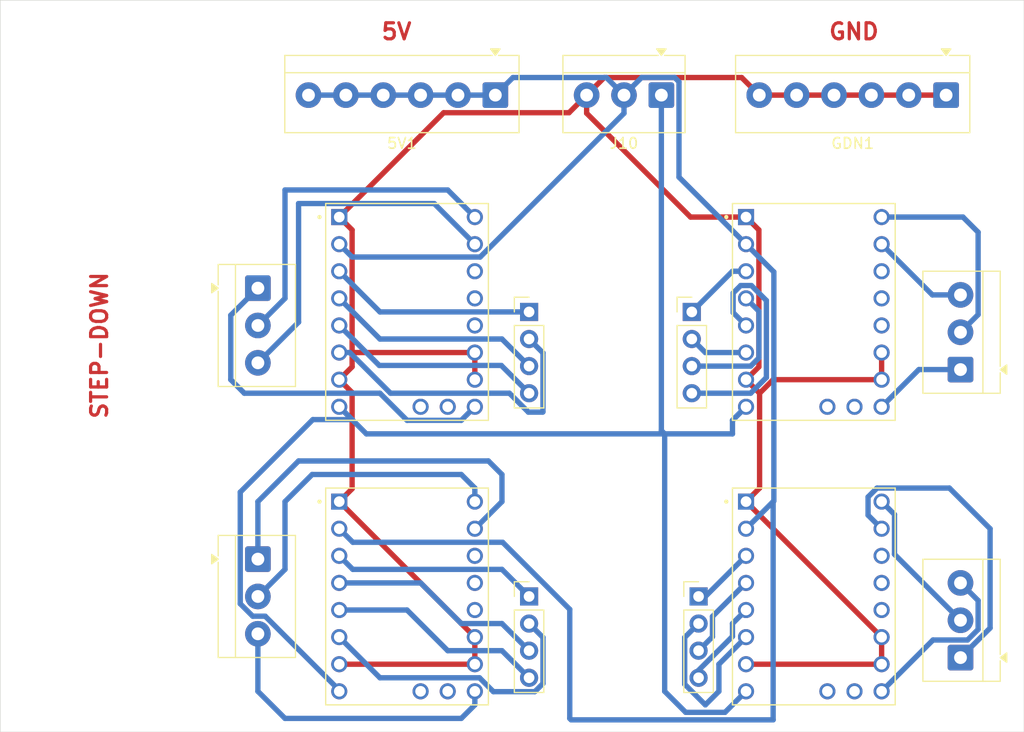
<source format=kicad_pcb>
(kicad_pcb (version 20241229) (generator "pcbnew") (generator_version "9.0")
  (layers (0 "F.Cu" signal) (2 "B.Cu" signal) (13 "F.Paste" user) (15 "B.Paste" user) (5 "F.SilkS" user "F.Silkscreen") (7 "B.SilkS" user "B.Silkscreen") (1 "F.Mask" user) (3 "B.Mask" user) (25 "Edge.Cuts" user))
  (net 0 "")
  (net 1 "Net-(J1-Pin_2)")
  (net 2 "Net-(J1-Pin_3)")
  (net 3 "Net-(J1-Pin_1)")
  (net 4 "Net-(J1-Pin_4)")
  (net 5 "Net-(J2-Pin_3)")
  (net 6 "Net-(J2-Pin_2)")
  (net 7 "Net-(J2-Pin_1)")
  (net 8 "Net-(J2-Pin_4)")
  (net 9 "Net-(J3-Pin_3)")
  (net 10 "Net-(J3-Pin_2)")
  (net 11 "Net-(J3-Pin_1)")
  (net 12 "Net-(J3-Pin_4)")
  (net 13 "Net-(J4-Pin_1)")
  (net 14 "Net-(J4-Pin_2)")
  (net 15 "Net-(J4-Pin_4)")
  (net 16 "Net-(J4-Pin_3)")
  (net 17 "GND")
  (net 18 "VCC")
  (net 31 "Net-(J5-Pin_2)")
  (net 32 "Net-(J5-Pin_3)")
  (net 33 "Net-(J5-Pin_1)")
  (net 34 "Net-(J6-Pin_3)")
  (net 35 "Net-(J6-Pin_1)")
  (net 36 "Net-(J6-Pin_2)")
  (net 37 "Net-(J7-Pin_1)")
  (net 38 "Net-(J7-Pin_3)")
  (net 39 "Net-(J7-Pin_2)")
  (net 40 "Net-(J8-Pin_3)")
  (net 41 "Net-(J8-Pin_1)")
  (net 42 "Net-(J8-Pin_2)")
  (net 43 "5V")
  (footprint "TMC2209_SILENTSTEPSTICK:MODULE_TMC2209_SILENTSTEPSTICK" (layer "F.Cu") (at 118.11 50.8)
    (property "Reference" "U2" (hide yes))
    (property "Value" "~" (hide yes))
    (fp_line (start -7.62 -10.16) (end 7.62 -10.16) (stroke (width 0.127)) (layer "F.SilkS"))
    (fp_line (start -7.62 10.16) (end -7.62 -10.16) (stroke (width 0.127)) (layer "F.SilkS"))
    (fp_line (start 7.62 -10.16) (end 7.62 10.16) (stroke (width 0.127)) (layer "F.SilkS"))
    (fp_line (start 7.62 10.16) (end -7.62 10.16) (stroke (width 0.127)) (layer "F.SilkS"))
    (fp_circle (center -8.2 -8.89) (end -8.1 -8.89) (stroke (width 0.2)) (fill no) (layer "F.SilkS"))
    (pad "" thru_hole circle (at 1.27 8.89) (size 1.508 1.508) (drill 1) (layers "*.Cu" "*.Mask"))
    (pad "" thru_hole circle (at 3.81 8.89) (size 1.508 1.508) (drill 1) (layers "*.Cu" "*.Mask"))
    (pad "1" thru_hole circle (at 6.35 8.89) (size 1.508 1.508) (drill 1) (layers "*.Cu" "*.Mask") (net 35 "Net-(J6-Pin_1)"))
    (pad "2" thru_hole circle (at 6.35 6.35) (size 1.508 1.508) (drill 1) (layers "*.Cu" "*.Mask") (net 17 "GND"))
    (pad "3" thru_hole circle (at 6.35 3.81) (size 1.508 1.508) (drill 1) (layers "*.Cu" "*.Mask") (net 17 "GND"))
    (pad "4" thru_hole circle (at 6.35 -3.81) (size 1.508 1.508) (drill 1) (layers "*.Cu" "*.Mask"))
    (pad "5" thru_hole circle (at 6.35 1.27) (size 1.508 1.508) (drill 1) (layers "*.Cu" "*.Mask"))
    (pad "6" thru_hole circle (at 6.35 -1.27) (size 1.508 1.508) (drill 1) (layers "*.Cu" "*.Mask"))
    (pad "7" thru_hole circle (at 6.35 -6.35) (size 1.508 1.508) (drill 1) (layers "*.Cu" "*.Mask") (net 34 "Net-(J6-Pin_3)"))
    (pad "8" thru_hole circle (at 6.35 -8.89) (size 1.508 1.508) (drill 1) (layers "*.Cu" "*.Mask") (net 36 "Net-(J6-Pin_2)"))
    (pad "12" thru_hole circle (at -6.35 8.89) (size 1.508 1.508) (drill 1) (layers "*.Cu" "*.Mask") (net 18 "VCC"))
    (pad "13" thru_hole rect (at -6.35 -8.89) (size 1.508 1.508) (drill 1) (layers "*.Cu" "*.Mask") (net 17 "GND"))
    (pad "14" thru_hole circle (at -6.35 -3.81) (size 1.508 1.508) (drill 1) (layers "*.Cu" "*.Mask") (net 7 "Net-(J2-Pin_1)"))
    (pad "15" thru_hole circle (at -6.35 -1.27) (size 1.508 1.508) (drill 1) (layers "*.Cu" "*.Mask") (net 5 "Net-(J2-Pin_3)"))
    (pad "16" thru_hole circle (at -6.35 1.27) (size 1.508 1.508) (drill 1) (layers "*.Cu" "*.Mask") (net 8 "Net-(J2-Pin_4)"))
    (pad "17" thru_hole circle (at -6.35 3.81) (size 1.508 1.508) (drill 1) (layers "*.Cu" "*.Mask") (net 6 "Net-(J2-Pin_2)"))
    (pad "18" thru_hole circle (at -6.35 -6.35) (size 1.508 1.508) (drill 1) (layers "*.Cu" "*.Mask") (net 43 "5V"))
    (pad "19" thru_hole circle (at -6.35 6.35) (size 1.508 1.508) (drill 1) (layers "*.Cu" "*.Mask") (net 17 "GND"))
  )
  (footprint "TerminalBlock_4Ucon:TerminalBlock_4Ucon_1x06_P3.50mm_Horizontal" (layer "F.Cu") (at 130.5 30.48 180)
    (property "Reference" "GDN1" (at 8.75 -4.52 0) (layer "F.SilkS"))
    (property "Value" "Screw_Terminal_01x06" (hide yes))
    (fp_line (start 19.72 -3.52) (end 19.72 3.72) (stroke (width 0.12)) (layer "F.SilkS"))
    (fp_line (start 0.3 3.72) (end 19.72 3.72) (stroke (width 0.12)) (layer "F.SilkS"))
    (fp_line (start -2.22 3.72) (end -0.3 3.72) (stroke (width 0.12)) (layer "F.SilkS"))
    (fp_line (start -2.22 2.1) (end 19.72 2.1) (stroke (width 0.12)) (layer "F.SilkS"))
    (fp_line (start -2.22 -3.52) (end 19.72 -3.52) (stroke (width 0.12)) (layer "F.SilkS"))
    (fp_line (start -2.22 -3.52) (end -2.22 3.72) (stroke (width 0.12)) (layer "F.SilkS"))
    (fp_poly (pts (xy 0 3.72) (xy 0.44 4.33) (xy -0.44 4.33)) (stroke (width 0.12)) (fill yes) (layer "F.SilkS"))
    (pad "1" thru_hole roundrect (at 0 0 180) (size 2.4 2.4) (drill 1.2) (layers "*.Cu" "*.Mask") (roundrect_rratio 0.104167) (net 17 "GND"))
    (pad "2" thru_hole circle (at 3.5 0 180) (size 2.4 2.4) (drill 1.2) (layers "*.Cu" "*.Mask") (net 17 "GND"))
    (pad "3" thru_hole circle (at 7 0 180) (size 2.4 2.4) (drill 1.2) (layers "*.Cu" "*.Mask") (net 17 "GND"))
    (pad "4" thru_hole circle (at 10.5 0 180) (size 2.4 2.4) (drill 1.2) (layers "*.Cu" "*.Mask") (net 17 "GND"))
    (pad "5" thru_hole circle (at 14 0 180) (size 2.4 2.4) (drill 1.2) (layers "*.Cu" "*.Mask") (net 17 "GND"))
    (pad "6" thru_hole circle (at 17.5 0 180) (size 2.4 2.4) (drill 1.2) (layers "*.Cu" "*.Mask") (net 17 "GND"))
  )
  (footprint "Connector_PinHeader_2.54mm:PinHeader_1x04_P2.54mm_Vertical" (layer "F.Cu") (at 91.44 50.8)
    (property "Reference" "J1" (hide yes))
    (property "Value" "Conn_01x04" (hide yes))
    (fp_line (start -1.38 -1.38) (end 0 -1.38) (stroke (width 0.12)) (layer "F.SilkS"))
    (fp_line (start -1.38 0) (end -1.38 -1.38) (stroke (width 0.12)) (layer "F.SilkS"))
    (fp_line (start -1.38 1.27) (end -1.38 9) (stroke (width 0.12)) (layer "F.SilkS"))
    (fp_line (start -1.38 1.27) (end 1.38 1.27) (stroke (width 0.12)) (layer "F.SilkS"))
    (fp_line (start -1.38 9) (end 1.38 9) (stroke (width 0.12)) (layer "F.SilkS"))
    (fp_line (start 1.38 1.27) (end 1.38 9) (stroke (width 0.12)) (layer "F.SilkS"))
    (pad "1" thru_hole rect (at 0 0) (size 1.7 1.7) (drill 1) (layers "*.Cu" "*.Mask") (net 3 "Net-(J1-Pin_1)"))
    (pad "2" thru_hole circle (at 0 2.54) (size 1.7 1.7) (drill 1) (layers "*.Cu" "*.Mask") (net 1 "Net-(J1-Pin_2)"))
    (pad "3" thru_hole circle (at 0 5.08) (size 1.7 1.7) (drill 1) (layers "*.Cu" "*.Mask") (net 2 "Net-(J1-Pin_3)"))
    (pad "4" thru_hole circle (at 0 7.62) (size 1.7 1.7) (drill 1) (layers "*.Cu" "*.Mask") (net 4 "Net-(J1-Pin_4)"))
  )
  (footprint "TerminalBlock_4Ucon:TerminalBlock_4Ucon_1x03_P3.50mm_Horizontal" (layer "F.Cu") (at 131.8475 83.2 90)
    (property "Reference" "J7" (hide yes))
    (property "Value" "Screw_Terminal_01x03" (hide yes))
    (fp_line (start 9.22 -3.52) (end 9.22 3.72) (stroke (width 0.12)) (layer "F.SilkS"))
    (fp_line (start -2.22 -3.52) (end 9.22 -3.52) (stroke (width 0.12)) (layer "F.SilkS"))
    (fp_line (start -2.22 -3.52) (end -2.22 3.72) (stroke (width 0.12)) (layer "F.SilkS"))
    (fp_line (start -2.22 2.1) (end 9.22 2.1) (stroke (width 0.12)) (layer "F.SilkS"))
    (fp_line (start 0.3 3.72) (end 9.22 3.72) (stroke (width 0.12)) (layer "F.SilkS"))
    (fp_line (start -2.22 3.72) (end -0.3 3.72) (stroke (width 0.12)) (layer "F.SilkS"))
    (fp_poly (pts (xy 0 3.72) (xy 0.44 4.33) (xy -0.44 4.33)) (stroke (width 0.12)) (fill yes) (layer "F.SilkS"))
    (pad "1" thru_hole roundrect (at 0 0 90) (size 2.4 2.4) (drill 1.2) (layers "*.Cu" "*.Mask") (roundrect_rratio 0.104167) (net 37 "Net-(J7-Pin_1)"))
    (pad "2" thru_hole circle (at 3.5 0 90) (size 2.4 2.4) (drill 1.2) (layers "*.Cu" "*.Mask") (net 39 "Net-(J7-Pin_2)"))
    (pad "3" thru_hole circle (at 7 0 90) (size 2.4 2.4) (drill 1.2) (layers "*.Cu" "*.Mask") (net 38 "Net-(J7-Pin_3)"))
  )
  (footprint "TerminalBlock_4Ucon:TerminalBlock_4Ucon_1x03_P3.50mm_Horizontal" (layer "F.Cu") (at 66.04 73.97 -90)
    (property "Reference" "J8" (hide yes))
    (property "Value" "Screw_Terminal_01x03")
    (fp_line (start -2.22 3.72) (end -0.3 3.72) (stroke (width 0.12)) (layer "F.SilkS"))
    (fp_line (start 0.3 3.72) (end 9.22 3.72) (stroke (width 0.12)) (layer "F.SilkS"))
    (fp_line (start -2.22 2.1) (end 9.22 2.1) (stroke (width 0.12)) (layer "F.SilkS"))
    (fp_line (start -2.22 -3.52) (end -2.22 3.72) (stroke (width 0.12)) (layer "F.SilkS"))
    (fp_line (start -2.22 -3.52) (end 9.22 -3.52) (stroke (width 0.12)) (layer "F.SilkS"))
    (fp_line (start 9.22 -3.52) (end 9.22 3.72) (stroke (width 0.12)) (layer "F.SilkS"))
    (fp_poly (pts (xy 0 3.72) (xy 0.44 4.33) (xy -0.44 4.33)) (stroke (width 0.12)) (fill yes) (layer "F.SilkS"))
    (pad "1" thru_hole roundrect (at 0 0 270) (size 2.4 2.4) (drill 1.2) (layers "*.Cu" "*.Mask") (roundrect_rratio 0.104167) (net 41 "Net-(J8-Pin_1)"))
    (pad "2" thru_hole circle (at 3.5 0 270) (size 2.4 2.4) (drill 1.2) (layers "*.Cu" "*.Mask") (net 42 "Net-(J8-Pin_2)"))
    (pad "3" thru_hole circle (at 7 0 270) (size 2.4 2.4) (drill 1.2) (layers "*.Cu" "*.Mask") (net 40 "Net-(J8-Pin_3)"))
  )
  (footprint "Connector_PinHeader_2.54mm:PinHeader_1x04_P2.54mm_Vertical" (layer "F.Cu") (at 91.44 77.47)
    (property "Reference" "J4" (hide yes))
    (property "Value" "Conn_01x04" (hide yes))
    (fp_line (start -1.38 -1.38) (end 0 -1.38) (stroke (width 0.12)) (layer "F.SilkS"))
    (fp_line (start -1.38 0) (end -1.38 -1.38) (stroke (width 0.12)) (layer "F.SilkS"))
    (fp_line (start -1.38 1.27) (end -1.38 9) (stroke (width 0.12)) (layer "F.SilkS"))
    (fp_line (start -1.38 1.27) (end 1.38 1.27) (stroke (width 0.12)) (layer "F.SilkS"))
    (fp_line (start -1.38 9) (end 1.38 9) (stroke (width 0.12)) (layer "F.SilkS"))
    (fp_line (start 1.38 1.27) (end 1.38 9) (stroke (width 0.12)) (layer "F.SilkS"))
    (pad "1" thru_hole rect (at 0 0) (size 1.7 1.7) (drill 1) (layers "*.Cu" "*.Mask") (net 13 "Net-(J4-Pin_1)"))
    (pad "2" thru_hole circle (at 0 2.54) (size 1.7 1.7) (drill 1) (layers "*.Cu" "*.Mask") (net 14 "Net-(J4-Pin_2)"))
    (pad "3" thru_hole circle (at 0 5.08) (size 1.7 1.7) (drill 1) (layers "*.Cu" "*.Mask") (net 16 "Net-(J4-Pin_3)"))
    (pad "4" thru_hole circle (at 0 7.62) (size 1.7 1.7) (drill 1) (layers "*.Cu" "*.Mask") (net 15 "Net-(J4-Pin_4)"))
  )
  (footprint "TerminalBlock_4Ucon:TerminalBlock_4Ucon_1x03_P3.50mm_Horizontal" (layer "F.Cu") (at 103.83 30.48 180)
    (property "Reference" "J10" (at 3.5 -4.52 0) (layer "F.SilkS"))
    (property "Value" "Screw_Terminal_01x03" (hide yes))
    (fp_line (start 9.22 -3.52) (end 9.22 3.72) (stroke (width 0.12)) (layer "F.SilkS"))
    (fp_line (start 0.3 3.72) (end 9.22 3.72) (stroke (width 0.12)) (layer "F.SilkS"))
    (fp_line (start -2.22 3.72) (end -0.3 3.72) (stroke (width 0.12)) (layer "F.SilkS"))
    (fp_line (start -2.22 2.1) (end 9.22 2.1) (stroke (width 0.12)) (layer "F.SilkS"))
    (fp_line (start -2.22 -3.52) (end 9.22 -3.52) (stroke (width 0.12)) (layer "F.SilkS"))
    (fp_line (start -2.22 -3.52) (end -2.22 3.72) (stroke (width 0.12)) (layer "F.SilkS"))
    (fp_poly (pts (xy 0 3.72) (xy 0.44 4.33) (xy -0.44 4.33)) (stroke (width 0.12)) (fill yes) (layer "F.SilkS"))
    (pad "1" thru_hole roundrect (at 0 0 180) (size 2.4 2.4) (drill 1.2) (layers "*.Cu" "*.Mask") (roundrect_rratio 0.104167) (net 18 "VCC"))
    (pad "2" thru_hole circle (at 3.5 0 180) (size 2.4 2.4) (drill 1.2) (layers "*.Cu" "*.Mask") (net 43 "5V"))
    (pad "3" thru_hole circle (at 7 0 180) (size 2.4 2.4) (drill 1.2) (layers "*.Cu" "*.Mask") (net 17 "GND"))
  )
  (footprint "Connector_PinHeader_2.54mm:PinHeader_1x04_P2.54mm_Vertical" (layer "F.Cu") (at 107.315 77.47)
    (property "Reference" "J3" (hide yes))
    (property "Value" "Conn_01x04" (hide yes))
    (fp_line (start -1.38 -1.38) (end 0 -1.38) (stroke (width 0.12)) (layer "F.SilkS"))
    (fp_line (start -1.38 0) (end -1.38 -1.38) (stroke (width 0.12)) (layer "F.SilkS"))
    (fp_line (start -1.38 1.27) (end -1.38 9) (stroke (width 0.12)) (layer "F.SilkS"))
    (fp_line (start -1.38 1.27) (end 1.38 1.27) (stroke (width 0.12)) (layer "F.SilkS"))
    (fp_line (start -1.38 9) (end 1.38 9) (stroke (width 0.12)) (layer "F.SilkS"))
    (fp_line (start 1.38 1.27) (end 1.38 9) (stroke (width 0.12)) (layer "F.SilkS"))
    (pad "1" thru_hole rect (at 0 0) (size 1.7 1.7) (drill 1) (layers "*.Cu" "*.Mask") (net 11 "Net-(J3-Pin_1)"))
    (pad "2" thru_hole circle (at 0 2.54) (size 1.7 1.7) (drill 1) (layers "*.Cu" "*.Mask") (net 10 "Net-(J3-Pin_2)"))
    (pad "3" thru_hole circle (at 0 5.08) (size 1.7 1.7) (drill 1) (layers "*.Cu" "*.Mask") (net 9 "Net-(J3-Pin_3)"))
    (pad "4" thru_hole circle (at 0 7.62) (size 1.7 1.7) (drill 1) (layers "*.Cu" "*.Mask") (net 12 "Net-(J3-Pin_4)"))
  )
  (footprint "Connector_PinHeader_2.54mm:PinHeader_1x04_P2.54mm_Vertical" (layer "F.Cu") (at 106.68 50.8)
    (property "Reference" "J2" (hide yes))
    (property "Value" "Conn_01x04" (hide yes))
    (fp_line (start -1.38 -1.38) (end 0 -1.38) (stroke (width 0.12)) (layer "F.SilkS"))
    (fp_line (start -1.38 0) (end -1.38 -1.38) (stroke (width 0.12)) (layer "F.SilkS"))
    (fp_line (start -1.38 1.27) (end -1.38 9) (stroke (width 0.12)) (layer "F.SilkS"))
    (fp_line (start -1.38 1.27) (end 1.38 1.27) (stroke (width 0.12)) (layer "F.SilkS"))
    (fp_line (start -1.38 9) (end 1.38 9) (stroke (width 0.12)) (layer "F.SilkS"))
    (fp_line (start 1.38 1.27) (end 1.38 9) (stroke (width 0.12)) (layer "F.SilkS"))
    (pad "1" thru_hole rect (at 0 0) (size 1.7 1.7) (drill 1) (layers "*.Cu" "*.Mask") (net 7 "Net-(J2-Pin_1)"))
    (pad "2" thru_hole circle (at 0 2.54) (size 1.7 1.7) (drill 1) (layers "*.Cu" "*.Mask") (net 6 "Net-(J2-Pin_2)"))
    (pad "3" thru_hole circle (at 0 5.08) (size 1.7 1.7) (drill 1) (layers "*.Cu" "*.Mask") (net 5 "Net-(J2-Pin_3)"))
    (pad "4" thru_hole circle (at 0 7.62) (size 1.7 1.7) (drill 1) (layers "*.Cu" "*.Mask") (net 8 "Net-(J2-Pin_4)"))
  )
  (footprint "TerminalBlock_4Ucon:TerminalBlock_4Ucon_1x03_P3.50mm_Horizontal" (layer "F.Cu") (at 66.04 48.57 -90)
    (property "Reference" "J5" (hide yes))
    (property "Value" "Screw_Terminal_01x03")
    (fp_line (start -2.22 3.72) (end -0.3 3.72) (stroke (width 0.12)) (layer "F.SilkS"))
    (fp_line (start 0.3 3.72) (end 9.22 3.72) (stroke (width 0.12)) (layer "F.SilkS"))
    (fp_line (start -2.22 2.1) (end 9.22 2.1) (stroke (width 0.12)) (layer "F.SilkS"))
    (fp_line (start -2.22 -3.52) (end -2.22 3.72) (stroke (width 0.12)) (layer "F.SilkS"))
    (fp_line (start -2.22 -3.52) (end 9.22 -3.52) (stroke (width 0.12)) (layer "F.SilkS"))
    (fp_line (start 9.22 -3.52) (end 9.22 3.72) (stroke (width 0.12)) (layer "F.SilkS"))
    (fp_poly (pts (xy 0 3.72) (xy 0.44 4.33) (xy -0.44 4.33)) (stroke (width 0.12)) (fill yes) (layer "F.SilkS"))
    (pad "1" thru_hole roundrect (at 0 0 270) (size 2.4 2.4) (drill 1.2) (layers "*.Cu" "*.Mask") (roundrect_rratio 0.104167) (net 33 "Net-(J5-Pin_1)"))
    (pad "2" thru_hole circle (at 3.5 0 270) (size 2.4 2.4) (drill 1.2) (layers "*.Cu" "*.Mask") (net 31 "Net-(J5-Pin_2)"))
    (pad "3" thru_hole circle (at 7 0 270) (size 2.4 2.4) (drill 1.2) (layers "*.Cu" "*.Mask") (net 32 "Net-(J5-Pin_3)"))
  )
  (footprint "TerminalBlock_4Ucon:TerminalBlock_4Ucon_1x03_P3.50mm_Horizontal" (layer "F.Cu") (at 131.8475 56.205 90)
    (property "Reference" "J6" (hide yes))
    (property "Value" "Screw_Terminal_01x03" (hide yes))
    (fp_line (start 9.22 -3.52) (end 9.22 3.72) (stroke (width 0.12)) (layer "F.SilkS"))
    (fp_line (start -2.22 -3.52) (end 9.22 -3.52) (stroke (width 0.12)) (layer "F.SilkS"))
    (fp_line (start -2.22 -3.52) (end -2.22 3.72) (stroke (width 0.12)) (layer "F.SilkS"))
    (fp_line (start -2.22 2.1) (end 9.22 2.1) (stroke (width 0.12)) (layer "F.SilkS"))
    (fp_line (start 0.3 3.72) (end 9.22 3.72) (stroke (width 0.12)) (layer "F.SilkS"))
    (fp_line (start -2.22 3.72) (end -0.3 3.72) (stroke (width 0.12)) (layer "F.SilkS"))
    (fp_poly (pts (xy 0 3.72) (xy 0.44 4.33) (xy -0.44 4.33)) (stroke (width 0.12)) (fill yes) (layer "F.SilkS"))
    (pad "1" thru_hole roundrect (at 0 0 90) (size 2.4 2.4) (drill 1.2) (layers "*.Cu" "*.Mask") (roundrect_rratio 0.104167) (net 35 "Net-(J6-Pin_1)"))
    (pad "2" thru_hole circle (at 3.5 0 90) (size 2.4 2.4) (drill 1.2) (layers "*.Cu" "*.Mask") (net 36 "Net-(J6-Pin_2)"))
    (pad "3" thru_hole circle (at 7 0 90) (size 2.4 2.4) (drill 1.2) (layers "*.Cu" "*.Mask") (net 34 "Net-(J6-Pin_3)"))
  )
  (footprint "TMC2209_SILENTSTEPSTICK:MODULE_TMC2209_SILENTSTEPSTICK" (layer "F.Cu") (at 80.01 50.8)
    (property "Reference" "U1" (hide yes))
    (property "Value" "~" (hide yes))
    (fp_line (start -7.62 -10.16) (end 7.62 -10.16) (stroke (width 0.127)) (layer "F.SilkS"))
    (fp_line (start -7.62 10.16) (end -7.62 -10.16) (stroke (width 0.127)) (layer "F.SilkS"))
    (fp_line (start 7.62 -10.16) (end 7.62 10.16) (stroke (width 0.127)) (layer "F.SilkS"))
    (fp_line (start 7.62 10.16) (end -7.62 10.16) (stroke (width 0.127)) (layer "F.SilkS"))
    (fp_circle (center -8.2 -8.89) (end -8.1 -8.89) (stroke (width 0.2)) (fill no) (layer "F.SilkS"))
    (pad "" thru_hole circle (at 1.27 8.89) (size 1.508 1.508) (drill 1) (layers "*.Cu" "*.Mask"))
    (pad "" thru_hole circle (at 3.81 8.89) (size 1.508 1.508) (drill 1) (layers "*.Cu" "*.Mask"))
    (pad "1" thru_hole circle (at 6.35 8.89) (size 1.508 1.508) (drill 1) (layers "*.Cu" "*.Mask") (net 33 "Net-(J5-Pin_1)"))
    (pad "2" thru_hole circle (at 6.35 6.35) (size 1.508 1.508) (drill 1) (layers "*.Cu" "*.Mask") (net 17 "GND"))
    (pad "3" thru_hole circle (at 6.35 3.81) (size 1.508 1.508) (drill 1) (layers "*.Cu" "*.Mask") (net 17 "GND"))
    (pad "4" thru_hole circle (at 6.35 -3.81) (size 1.508 1.508) (drill 1) (layers "*.Cu" "*.Mask"))
    (pad "5" thru_hole circle (at 6.35 1.27) (size 1.508 1.508) (drill 1) (layers "*.Cu" "*.Mask"))
    (pad "6" thru_hole circle (at 6.35 -1.27) (size 1.508 1.508) (drill 1) (layers "*.Cu" "*.Mask"))
    (pad "7" thru_hole circle (at 6.35 -6.35) (size 1.508 1.508) (drill 1) (layers "*.Cu" "*.Mask") (net 32 "Net-(J5-Pin_3)"))
    (pad "8" thru_hole circle (at 6.35 -8.89) (size 1.508 1.508) (drill 1) (layers "*.Cu" "*.Mask") (net 31 "Net-(J5-Pin_2)"))
    (pad "12" thru_hole circle (at -6.35 8.89) (size 1.508 1.508) (drill 1) (layers "*.Cu" "*.Mask") (net 18 "VCC"))
    (pad "13" thru_hole rect (at -6.35 -8.89) (size 1.508 1.508) (drill 1) (layers "*.Cu" "*.Mask") (net 17 "GND"))
    (pad "14" thru_hole circle (at -6.35 -3.81) (size 1.508 1.508) (drill 1) (layers "*.Cu" "*.Mask") (net 3 "Net-(J1-Pin_1)"))
    (pad "15" thru_hole circle (at -6.35 -1.27) (size 1.508 1.508) (drill 1) (layers "*.Cu" "*.Mask") (net 2 "Net-(J1-Pin_3)"))
    (pad "16" thru_hole circle (at -6.35 1.27) (size 1.508 1.508) (drill 1) (layers "*.Cu" "*.Mask") (net 4 "Net-(J1-Pin_4)"))
    (pad "17" thru_hole circle (at -6.35 3.81) (size 1.508 1.508) (drill 1) (layers "*.Cu" "*.Mask") (net 1 "Net-(J1-Pin_2)"))
    (pad "18" thru_hole circle (at -6.35 -6.35) (size 1.508 1.508) (drill 1) (layers "*.Cu" "*.Mask") (net 43 "5V"))
    (pad "19" thru_hole circle (at -6.35 6.35) (size 1.508 1.508) (drill 1) (layers "*.Cu" "*.Mask") (net 17 "GND"))
  )
  (footprint "TMC2209_SILENTSTEPSTICK:MODULE_TMC2209_SILENTSTEPSTICK" (layer "F.Cu") (at 80.01 77.47)
    (property "Reference" "U4" (hide yes))
    (property "Value" "~" (hide yes))
    (fp_line (start -7.62 -10.16) (end 7.62 -10.16) (stroke (width 0.127)) (layer "F.SilkS"))
    (fp_line (start -7.62 10.16) (end -7.62 -10.16) (stroke (width 0.127)) (layer "F.SilkS"))
    (fp_line (start 7.62 -10.16) (end 7.62 10.16) (stroke (width 0.127)) (layer "F.SilkS"))
    (fp_line (start 7.62 10.16) (end -7.62 10.16) (stroke (width 0.127)) (layer "F.SilkS"))
    (fp_circle (center -8.2 -8.89) (end -8.1 -8.89) (stroke (width 0.2)) (fill no) (layer "F.SilkS"))
    (pad "" thru_hole circle (at 1.27 8.89) (size 1.508 1.508) (drill 1) (layers "*.Cu" "*.Mask"))
    (pad "" thru_hole circle (at 3.81 8.89) (size 1.508 1.508) (drill 1) (layers "*.Cu" "*.Mask"))
    (pad "1" thru_hole circle (at 6.35 8.89) (size 1.508 1.508) (drill 1) (layers "*.Cu" "*.Mask") (net 40 "Net-(J8-Pin_3)"))
    (pad "2" thru_hole circle (at 6.35 6.35) (size 1.508 1.508) (drill 1) (layers "*.Cu" "*.Mask") (net 17 "GND"))
    (pad "3" thru_hole circle (at 6.35 3.81) (size 1.508 1.508) (drill 1) (layers "*.Cu" "*.Mask") (net 17 "GND"))
    (pad "4" thru_hole circle (at 6.35 -3.81) (size 1.508 1.508) (drill 1) (layers "*.Cu" "*.Mask"))
    (pad "5" thru_hole circle (at 6.35 1.27) (size 1.508 1.508) (drill 1) (layers "*.Cu" "*.Mask"))
    (pad "6" thru_hole circle (at 6.35 -1.27) (size 1.508 1.508) (drill 1) (layers "*.Cu" "*.Mask"))
    (pad "7" thru_hole circle (at 6.35 -6.35) (size 1.508 1.508) (drill 1) (layers "*.Cu" "*.Mask") (net 41 "Net-(J8-Pin_1)"))
    (pad "8" thru_hole circle (at 6.35 -8.89) (size 1.508 1.508) (drill 1) (layers "*.Cu" "*.Mask") (net 42 "Net-(J8-Pin_2)"))
    (pad "12" thru_hole circle (at -6.35 8.89) (size 1.508 1.508) (drill 1) (layers "*.Cu" "*.Mask") (net 18 "VCC"))
    (pad "13" thru_hole rect (at -6.35 -8.89) (size 1.508 1.508) (drill 1) (layers "*.Cu" "*.Mask") (net 17 "GND"))
    (pad "14" thru_hole circle (at -6.35 -3.81) (size 1.508 1.508) (drill 1) (layers "*.Cu" "*.Mask") (net 13 "Net-(J4-Pin_1)"))
    (pad "15" thru_hole circle (at -6.35 -1.27) (size 1.508 1.508) (drill 1) (layers "*.Cu" "*.Mask") (net 16 "Net-(J4-Pin_3)"))
    (pad "16" thru_hole circle (at -6.35 1.27) (size 1.508 1.508) (drill 1) (layers "*.Cu" "*.Mask") (net 15 "Net-(J4-Pin_4)"))
    (pad "17" thru_hole circle (at -6.35 3.81) (size 1.508 1.508) (drill 1) (layers "*.Cu" "*.Mask") (net 14 "Net-(J4-Pin_2)"))
    (pad "18" thru_hole circle (at -6.35 -6.35) (size 1.508 1.508) (drill 1) (layers "*.Cu" "*.Mask") (net 43 "5V"))
    (pad "19" thru_hole circle (at -6.35 6.35) (size 1.508 1.508) (drill 1) (layers "*.Cu" "*.Mask") (net 17 "GND"))
  )
  (footprint "TMC2209_SILENTSTEPSTICK:MODULE_TMC2209_SILENTSTEPSTICK" (layer "F.Cu") (at 118.11 77.47)
    (property "Reference" "U3" (hide yes))
    (property "Value" "~" (hide yes))
    (fp_line (start -7.62 -10.16) (end 7.62 -10.16) (stroke (width 0.127)) (layer "F.SilkS"))
    (fp_line (start -7.62 10.16) (end -7.62 -10.16) (stroke (width 0.127)) (layer "F.SilkS"))
    (fp_line (start 7.62 -10.16) (end 7.62 10.16) (stroke (width 0.127)) (layer "F.SilkS"))
    (fp_line (start 7.62 10.16) (end -7.62 10.16) (stroke (width 0.127)) (layer "F.SilkS"))
    (fp_circle (center -8.2 -8.89) (end -8.1 -8.89) (stroke (width 0.2)) (fill no) (layer "F.SilkS"))
    (pad "" thru_hole circle (at 1.27 8.89) (size 1.508 1.508) (drill 1) (layers "*.Cu" "*.Mask"))
    (pad "" thru_hole circle (at 3.81 8.89) (size 1.508 1.508) (drill 1) (layers "*.Cu" "*.Mask"))
    (pad "1" thru_hole circle (at 6.35 8.89) (size 1.508 1.508) (drill 1) (layers "*.Cu" "*.Mask") (net 38 "Net-(J7-Pin_3)"))
    (pad "2" thru_hole circle (at 6.35 6.35) (size 1.508 1.508) (drill 1) (layers "*.Cu" "*.Mask") (net 17 "GND"))
    (pad "3" thru_hole circle (at 6.35 3.81) (size 1.508 1.508) (drill 1) (layers "*.Cu" "*.Mask") (net 17 "GND"))
    (pad "4" thru_hole circle (at 6.35 -3.81) (size 1.508 1.508) (drill 1) (layers "*.Cu" "*.Mask"))
    (pad "5" thru_hole circle (at 6.35 1.27) (size 1.508 1.508) (drill 1) (layers "*.Cu" "*.Mask"))
    (pad "6" thru_hole circle (at 6.35 -1.27) (size 1.508 1.508) (drill 1) (layers "*.Cu" "*.Mask"))
    (pad "7" thru_hole circle (at 6.35 -6.35) (size 1.508 1.508) (drill 1) (layers "*.Cu" "*.Mask") (net 37 "Net-(J7-Pin_1)"))
    (pad "8" thru_hole circle (at 6.35 -8.89) (size 1.508 1.508) (drill 1) (layers "*.Cu" "*.Mask") (net 39 "Net-(J7-Pin_2)"))
    (pad "12" thru_hole circle (at -6.35 8.89) (size 1.508 1.508) (drill 1) (layers "*.Cu" "*.Mask") (net 18 "VCC"))
    (pad "13" thru_hole rect (at -6.35 -8.89) (size 1.508 1.508) (drill 1) (layers "*.Cu" "*.Mask") (net 17 "GND"))
    (pad "14" thru_hole circle (at -6.35 -3.81) (size 1.508 1.508) (drill 1) (layers "*.Cu" "*.Mask") (net 11 "Net-(J3-Pin_1)"))
    (pad "15" thru_hole circle (at -6.35 -1.27) (size 1.508 1.508) (drill 1) (layers "*.Cu" "*.Mask") (net 9 "Net-(J3-Pin_3)"))
    (pad "16" thru_hole circle (at -6.35 1.27) (size 1.508 1.508) (drill 1) (layers "*.Cu" "*.Mask") (net 12 "Net-(J3-Pin_4)"))
    (pad "17" thru_hole circle (at -6.35 3.81) (size 1.508 1.508) (drill 1) (layers "*.Cu" "*.Mask") (net 10 "Net-(J3-Pin_2)"))
    (pad "18" thru_hole circle (at -6.35 -6.35) (size 1.508 1.508) (drill 1) (layers "*.Cu" "*.Mask") (net 43 "5V"))
    (pad "19" thru_hole circle (at -6.35 6.35) (size 1.508 1.508) (drill 1) (layers "*.Cu" "*.Mask") (net 17 "GND"))
  )
  (footprint "TerminalBlock_4Ucon:TerminalBlock_4Ucon_1x06_P3.50mm_Horizontal" (layer "F.Cu") (at 88.28 30.48 180)
    (property "Reference" "5V1" (at 8.75 -4.52 0) (layer "F.SilkS"))
    (property "Value" "Screw_Terminal_01x06" (hide yes))
    (fp_line (start 19.72 -3.52) (end 19.72 3.72) (stroke (width 0.12)) (layer "F.SilkS"))
    (fp_line (start 0.3 3.72) (end 19.72 3.72) (stroke (width 0.12)) (layer "F.SilkS"))
    (fp_line (start -2.22 3.72) (end -0.3 3.72) (stroke (width 0.12)) (layer "F.SilkS"))
    (fp_line (start -2.22 2.1) (end 19.72 2.1) (stroke (width 0.12)) (layer "F.SilkS"))
    (fp_line (start -2.22 -3.52) (end 19.72 -3.52) (stroke (width 0.12)) (layer "F.SilkS"))
    (fp_line (start -2.22 -3.52) (end -2.22 3.72) (stroke (width 0.12)) (layer "F.SilkS"))
    (fp_poly (pts (xy 0 3.72) (xy 0.44 4.33) (xy -0.44 4.33)) (stroke (width 0.12)) (fill yes) (layer "F.SilkS"))
    (pad "1" thru_hole roundrect (at 0 0 180) (size 2.4 2.4) (drill 1.2) (layers "*.Cu" "*.Mask") (roundrect_rratio 0.104167) (net 43 "5V"))
    (pad "2" thru_hole circle (at 3.5 0 180) (size 2.4 2.4) (drill 1.2) (layers "*.Cu" "*.Mask") (net 43 "5V"))
    (pad "3" thru_hole circle (at 7 0 180) (size 2.4 2.4) (drill 1.2) (layers "*.Cu" "*.Mask") (net 43 "5V"))
    (pad "4" thru_hole circle (at 10.5 0 180) (size 2.4 2.4) (drill 1.2) (layers "*.Cu" "*.Mask") (net 43 "5V"))
    (pad "5" thru_hole circle (at 14 0 180) (size 2.4 2.4) (drill 1.2) (layers "*.Cu" "*.Mask") (net 43 "5V"))
    (pad "6" thru_hole circle (at 17.5 0 180) (size 2.4 2.4) (drill 1.2) (layers "*.Cu" "*.Mask") (net 43 "5V"))
  )
  (gr_rect (start 41.91 21.59) (end 137.795 90.17) (stroke (width 0.05)) (fill no) (layer "Edge.Cuts"))
  (gr_text "STEP-DOWN" (at 52.07 60.96 90) (layer "F.Cu") (effects (font (size 1.5 1.5) (thickness 0.3) (bold yes)) (justify left bottom)))
  (gr_text "GND\n" (at 119.38 25.4 0) (layer "F.Cu") (effects (font (size 1.5 1.5) (thickness 0.3) (bold yes)) (justify left bottom)))
  (gr_text "5V" (at 77.47 25.4 0) (layer "F.Cu") (effects (font (size 1.5 1.5) (thickness 0.3) (bold yes)) (justify left bottom)))
  (segment (start 92.741 54.641) (end 92.741 60.163) (width 0.5) (layer "B.Cu") (net 1))
  (segment (start 78.461364 58.42) (end 74.651364 54.61) (width 0.5) (layer "B.Cu") (net 1))
  (segment (start 89.600108 58.42) (end 78.461364 58.42) (width 0.5) (layer "B.Cu") (net 1))
  (segment (start 91.44 53.34) (end 92.741 54.641) (width 0.5) (layer "B.Cu") (net 1))
  (segment (start 92.741 60.163) (end 92.71 60.194) (width 0.5) (layer "B.Cu") (net 1))
  (segment (start 92.71 60.194) (end 91.374108 60.194) (width 0.5) (layer "B.Cu") (net 1))
  (segment (start 91.374108 60.194) (end 89.600108 58.42) (width 0.5) (layer "B.Cu") (net 1))
  (segment (start 74.651364 54.61) (end 73.66 54.61) (width 0.5) (layer "B.Cu") (net 1))
  (segment (start 77.47 53.34) (end 73.66 49.53) (width 0.5) (layer "B.Cu") (net 2))
  (segment (start 91.44 55.88) (end 88.9 53.34) (width 0.5) (layer "B.Cu") (net 2))
  (segment (start 88.9 53.34) (end 77.47 53.34) (width 0.5) (layer "B.Cu") (net 2))
  (segment (start 91.44 50.8) (end 77.47 50.8) (width 0.5) (layer "B.Cu") (net 3))
  (segment (start 77.47 50.8) (end 73.66 46.99) (width 0.5) (layer "B.Cu") (net 3))
  (segment (start 77.405 55.815) (end 73.66 52.07) (width 0.5) (layer "B.Cu") (net 4))
  (segment (start 88.835 55.815) (end 77.405 55.815) (width 0.5) (layer "B.Cu") (net 4))
  (segment (start 91.44 58.42) (end 88.835 55.815) (width 0.5) (layer "B.Cu") (net 4))
  (segment (start 112.965 50.735) (end 111.76 49.53) (width 0.5) (layer "B.Cu") (net 5))
  (segment (start 112.965 55.109128) (end 112.965 50.735) (width 0.5) (layer "B.Cu") (net 5))
  (segment (start 112.194128 55.88) (end 112.965 55.109128) (width 0.5) (layer "B.Cu") (net 5))
  (segment (start 106.68 55.88) (end 112.194128 55.88) (width 0.5) (layer "B.Cu") (net 5))
  (segment (start 107.95 54.61) (end 111.76 54.61) (width 0.5) (layer "B.Cu") (net 6))
  (segment (start 106.68 53.34) (end 107.95 54.61) (width 0.5) (layer "B.Cu") (net 6))
  (segment (start 106.68 50.8) (end 110.49 46.99) (width 0.5) (layer "B.Cu") (net 7))
  (segment (start 110.49 46.99) (end 111.76 46.99) (width 0.5) (layer "B.Cu") (net 7))
  (segment (start 110.555 49.030872) (end 110.555 50.865) (width 0.5) (layer "B.Cu") (net 8))
  (segment (start 113.666 49.731872) (end 112.259128 48.325) (width 0.5) (layer "B.Cu") (net 8))
  (segment (start 112.194128 58.42) (end 113.666 56.948128) (width 0.5) (layer "B.Cu") (net 8))
  (segment (start 106.68 58.42) (end 112.194128 58.42) (width 0.5) (layer "B.Cu") (net 8))
  (segment (start 113.666 56.948128) (end 113.666 49.731872) (width 0.5) (layer "B.Cu") (net 8))
  (segment (start 110.555 50.865) (end 111.76 52.07) (width 0.5) (layer "B.Cu") (net 8))
  (segment (start 111.260872 48.325) (end 110.555 49.030872) (width 0.5) (layer "B.Cu") (net 8))
  (segment (start 112.259128 48.325) (end 111.260872 48.325) (width 0.5) (layer "B.Cu") (net 8))
  (segment (start 107.315 82.55) (end 108.616 81.249) (width 0.5) (layer "B.Cu") (net 9))
  (segment (start 108.616 79.344) (end 111.76 76.2) (width 0.5) (layer "B.Cu") (net 9))
  (segment (start 108.616 81.249) (end 108.616 79.344) (width 0.5) (layer "B.Cu") (net 9))
  (segment (start 107.95 87.63) (end 109.22 86.36) (width 0.5) (layer "B.Cu") (net 10))
  (segment (start 109.22 83.82) (end 111.76 81.28) (width 0.5) (layer "B.Cu") (net 10))
  (segment (start 107.315 80.01) (end 106.014 81.311) (width 0.5) (layer "B.Cu") (net 10))
  (segment (start 109.22 86.36) (end 109.22 83.82) (width 0.5) (layer "B.Cu") (net 10))
  (segment (start 106.014 85.694) (end 107.95 87.63) (width 0.5) (layer "B.Cu") (net 10))
  (segment (start 106.014 81.311) (end 106.014 85.694) (width 0.5) (layer "B.Cu") (net 10))
  (segment (start 107.315 77.47) (end 107.95 77.47) (width 0.5) (layer "B.Cu") (net 11))
  (segment (start 107.95 77.47) (end 111.76 73.66) (width 0.5) (layer "B.Cu") (net 11))
  (segment (start 107.315 84.389892) (end 110.49 81.214892) (width 0.5) (layer "B.Cu") (net 12))
  (segment (start 110.49 80.01) (end 111.76 78.74) (width 0.5) (layer "B.Cu") (net 12))
  (segment (start 107.315 85.09) (end 107.315 84.389892) (width 0.5) (layer "B.Cu") (net 12))
  (segment (start 110.49 81.214892) (end 110.49 80.01) (width 0.5) (layer "B.Cu") (net 12))
  (segment (start 74.93 74.93) (end 73.66 73.66) (width 0.5) (layer "B.Cu") (net 13))
  (segment (start 88.9 74.93) (end 74.93 74.93) (width 0.5) (layer "B.Cu") (net 13))
  (segment (start 91.44 77.47) (end 88.9 74.93) (width 0.5) (layer "B.Cu") (net 13))
  (segment (start 92.741 85.628892) (end 91.978892 86.391) (width 0.5) (layer "B.Cu") (net 14))
  (segment (start 86.794128 85.09) (end 77.47 85.09) (width 0.5) (layer "B.Cu") (net 14))
  (segment (start 92.741 81.311) (end 92.741 85.628892) (width 0.5) (layer "B.Cu") (net 14))
  (segment (start 91.978892 86.391) (end 88.095128 86.391) (width 0.5) (layer "B.Cu") (net 14))
  (segment (start 88.095128 86.391) (end 86.794128 85.09) (width 0.5) (layer "B.Cu") (net 14))
  (segment (start 77.47 85.09) (end 73.66 81.28) (width 0.5) (layer "B.Cu") (net 14))
  (segment (start 91.44 80.01) (end 92.741 81.311) (width 0.5) (layer "B.Cu") (net 14))
  (segment (start 80.01 78.74) (end 73.66 78.74) (width 0.5) (layer "B.Cu") (net 15))
  (segment (start 88.9 82.55) (end 83.82 82.55) (width 0.5) (layer "B.Cu") (net 15))
  (segment (start 83.82 82.55) (end 80.01 78.74) (width 0.5) (layer "B.Cu") (net 15))
  (segment (start 91.44 85.09) (end 88.9 82.55) (width 0.5) (layer "B.Cu") (net 15))
  (segment (start 81.28 76.2) (end 73.66 76.2) (width 0.5) (layer "B.Cu") (net 16))
  (segment (start 91.44 82.55) (end 88.9 80.01) (width 0.5) (layer "B.Cu") (net 16))
  (segment (start 85.09 80.01) (end 81.28 76.2) (width 0.5) (layer "B.Cu") (net 16))
  (segment (start 88.9 80.01) (end 85.09 80.01) (width 0.5) (layer "B.Cu") (net 16))
  (segment (start 112.965 43.115) (end 112.965 55.945) (width 0.5) (layer "F.Cu") (net 17))
  (segment (start 74.865 58.355) (end 74.865 67.375) (width 0.5) (layer "F.Cu") (net 17))
  (segment (start 83.439 32.131) (end 73.66 41.91) (width 0.5) (layer "F.Cu") (net 17))
  (segment (start 106.562944 41.91) (end 111.76 41.91) (width 0.5) (layer "F.Cu") (net 17))
  (segment (start 96.83 32.177056) (end 106.562944 41.91) (width 0.5) (layer "F.Cu") (net 17))
  (segment (start 124.46 81.28) (end 111.76 68.58) (width 0.5) (layer "F.Cu") (net 17))
  (segment (start 86.36 81.28) (end 86.36 83.82) (width 0.5) (layer "F.Cu") (net 17))
  (segment (start 86.36 54.61) (end 74.865 54.61) (width 0.5) (layer "F.Cu") (net 17))
  (segment (start 95.179 32.131) (end 83.439 32.131) (width 0.5) (layer "F.Cu") (net 17))
  (segment (start 111.76 57.15) (end 113.03 58.42) (width 0.5) (layer "F.Cu") (net 17))
  (segment (start 124.46 81.28) (end 124.46 83.82) (width 0.5) (layer "F.Cu") (net 17))
  (segment (start 112.965 55.945) (end 111.76 57.15) (width 0.5) (layer "F.Cu") (net 17))
  (segment (start 113.03 67.31) (end 111.76 68.58) (width 0.5) (layer "F.Cu") (net 17))
  (segment (start 73.66 57.15) (end 74.865 58.355) (width 0.5) (layer "F.Cu") (net 17))
  (segment (start 111.76 41.91) (end 112.965 43.115) (width 0.5) (layer "F.Cu") (net 17))
  (segment (start 74.865 43.115) (end 74.865 54.61) (width 0.5) (layer "F.Cu") (net 17))
  (segment (start 113 30.48) (end 130.5 30.48) (width 0.5) (layer "F.Cu") (net 17))
  (segment (start 74.865 54.61) (end 74.865 55.945) (width 0.5) (layer "F.Cu") (net 17))
  (segment (start 124.46 54.61) (end 124.46 57.15) (width 0.5) (layer "F.Cu") (net 17))
  (segment (start 73.66 41.91) (end 74.865 43.115) (width 0.5) (layer "F.Cu") (net 17))
  (segment (start 73.66 83.82) (end 86.36 83.82) (width 0.5) (layer "F.Cu") (net 17))
  (segment (start 74.865 55.945) (end 73.66 57.15) (width 0.5) (layer "F.Cu") (net 17))
  (segment (start 86.36 57.15) (end 86.36 54.61) (width 0.5) (layer "F.Cu") (net 17))
  (segment (start 113.03 58.42) (end 113.03 67.31) (width 0.5) (layer "F.Cu") (net 17))
  (segment (start 111.349 28.829) (end 113 30.48) (width 0.5) (layer "F.Cu") (net 17))
  (segment (start 98.481 28.829) (end 111.349 28.829) (width 0.5) (layer "F.Cu") (net 17))
  (segment (start 96.83 30.48) (end 98.481 28.829) (width 0.5) (layer "F.Cu") (net 17))
  (segment (start 96.83 30.48) (end 95.179 32.131) (width 0.5) (layer "F.Cu") (net 17))
  (segment (start 124.46 57.15) (end 114.3 57.15) (width 0.5) (layer "F.Cu") (net 17))
  (segment (start 74.865 67.375) (end 73.66 68.58) (width 0.5) (layer "F.Cu") (net 17))
  (segment (start 114.3 57.15) (end 113.03 58.42) (width 0.5) (layer "F.Cu") (net 17))
  (segment (start 96.83 30.48) (end 96.83 32.177056) (width 0.5) (layer "F.Cu") (net 17))
  (segment (start 111.76 83.82) (end 124.46 83.82) (width 0.5) (layer "F.Cu") (net 17))
  (segment (start 86.36 81.28) (end 73.66 68.58) (width 0.5) (layer "F.Cu") (net 17))
  (segment (start 111.76 86.36) (end 109.789 88.331) (width 0.5) (layer "B.Cu") (net 18))
  (segment (start 104.14 86.36) (end 104.14 62.23) (width 0.5) (layer "B.Cu") (net 18))
  (segment (start 73.66 59.69) (end 76.2 62.23) (width 0.5) (layer "B.Cu") (net 18))
  (segment (start 76.2 62.23) (end 104.14 62.23) (width 0.5) (layer "B.Cu") (net 18))
  (segment (start 104.14 62.23) (end 110.49 62.23) (width 0.5) (layer "B.Cu") (net 18))
  (segment (start 64.389 78.153867) (end 64.389 67.691) (width 0.5) (layer "B.Cu") (net 18))
  (segment (start 64.389 67.691) (end 71.185 60.895) (width 0.5) (layer "B.Cu") (net 18))
  (segment (start 65.554133 79.319) (end 64.389 78.153867) (width 0.5) (layer "B.Cu") (net 18))
  (segment (start 110.49 62.23) (end 110.49 60.96) (width 0.5) (layer "B.Cu") (net 18))
  (segment (start 103.83 30.48) (end 103.83 61.92) (width 0.5) (layer "B.Cu") (net 18))
  (segment (start 71.185 60.895) (end 74.865 60.895) (width 0.5) (layer "B.Cu") (net 18))
  (segment (start 110.555 60.895) (end 111.76 59.69) (width 0.5) (layer "B.Cu") (net 18))
  (segment (start 106.111 88.331) (end 104.14 86.36) (width 0.5) (layer "B.Cu") (net 18))
  (segment (start 73.66 86.255133) (end 66.723867 79.319) (width 0.5) (layer "B.Cu") (net 18))
  (segment (start 73.66 86.36) (end 73.66 86.255133) (width 0.5) (layer "B.Cu") (net 18))
  (segment (start 109.789 88.331) (end 106.111 88.331) (width 0.5) (layer "B.Cu") (net 18))
  (segment (start 104.14 62.23) (end 103.83 61.92) (width 0.5) (layer "B.Cu") (net 18))
  (segment (start 110.49 60.96) (end 111.76 59.69) (width 0.5) (layer "B.Cu") (net 18))
  (segment (start 74.865 60.895) (end 73.66 59.69) (width 0.5) (layer "B.Cu") (net 18))
  (segment (start 66.723867 79.319) (end 65.554133 79.319) (width 0.5) (layer "B.Cu") (net 18))
  (segment (start 66.04 52.07) (end 68.58 49.53) (width 0.5) (layer "B.Cu") (net 31))
  (segment (start 68.58 49.53) (end 68.58 39.37) (width 0.5) (layer "B.Cu") (net 31))
  (segment (start 68.58 39.37) (end 83.82 39.37) (width 0.5) (layer "B.Cu") (net 31))
  (segment (start 83.82 39.37) (end 86.36 41.91) (width 0.5) (layer "B.Cu") (net 31))
  (segment (start 69.85 40.64) (end 82.55 40.64) (width 0.5) (layer "B.Cu") (net 32))
  (segment (start 82.55 40.64) (end 86.36 44.45) (width 0.5) (layer "B.Cu") (net 32))
  (segment (start 69.85 51.76) (end 69.85 40.64) (width 0.5) (layer "B.Cu") (net 32))
  (segment (start 66.04 55.57) (end 69.85 51.76) (width 0.5) (layer "B.Cu") (net 32))
  (segment (start 63.5 51.11) (end 63.5 57.15) (width 0.5) (layer "B.Cu") (net 33))
  (segment (start 66.04 48.57) (end 63.5 51.11) (width 0.5) (layer "B.Cu") (net 33))
  (segment (start 63.5 57.15) (end 64.77 58.42) (width 0.5) (layer "B.Cu") (net 33))
  (segment (start 77.47 58.42) (end 64.77 58.42) (width 0.5) (layer "B.Cu") (net 33))
  (segment (start 85.09 60.96) (end 86.36 59.69) (width 0.5) (layer "B.Cu") (net 33))
  (segment (start 77.47 58.42) (end 80.01 60.96) (width 0.5) (layer "B.Cu") (net 33))
  (segment (start 80.01 60.96) (end 85.09 60.96) (width 0.5) (layer "B.Cu") (net 33))
  (segment (start 129.215 49.205) (end 124.46 44.45) (width 0.5) (layer "B.Cu") (net 34))
  (segment (start 131.8475 49.205) (end 129.215 49.205) (width 0.5) (layer "B.Cu") (net 34))
  (segment (start 131.8475 56.205) (end 127.945 56.205) (width 0.5) (layer "B.Cu") (net 35))
  (segment (start 127.945 56.205) (end 124.46 59.69) (width 0.5) (layer "B.Cu") (net 35))
  (segment (start 132.08 41.91) (end 124.46 41.91) (width 0.5) (layer "B.Cu") (net 36))
  (segment (start 131.8475 52.705) (end 133.4985 51.054) (width 0.5) (layer "B.Cu") (net 36))
  (segment (start 133.4985 51.054) (end 133.4985 43.3285) (width 0.5) (layer "B.Cu") (net 36))
  (segment (start 133.4985 43.3285) (end 132.08 41.91) (width 0.5) (layer "B.Cu") (net 36))
  (segment (start 123.19 68.145872) (end 123.19 69.85) (width 0.5) (layer "B.Cu") (net 37))
  (segment (start 134.62 80.4275) (end 134.62 71.12) (width 0.5) (layer "B.Cu") (net 37))
  (segment (start 131.8475 83.2) (end 134.62 80.4275) (width 0.5) (layer "B.Cu") (net 37))
  (segment (start 130.81 67.31) (end 124.025872 67.31) (width 0.5) (layer "B.Cu") (net 37))
  (segment (start 123.19 69.85) (end 124.46 71.12) (width 0.5) (layer "B.Cu") (net 37))
  (segment (start 124.025872 67.31) (end 123.19 68.145872) (width 0.5) (layer "B.Cu") (net 37))
  (segment (start 134.62 71.12) (end 130.81 67.31) (width 0.5) (layer "B.Cu") (net 37))
  (segment (start 133.4985 77.851) (end 133.4985 80.557636) (width 0.5) (layer "B.Cu") (net 38))
  (segment (start 131.8475 76.2) (end 133.4985 77.851) (width 0.5) (layer "B.Cu") (net 38))
  (segment (start 129.271 81.549) (end 124.46 86.36) (width 0.5) (layer "B.Cu") (net 38))
  (segment (start 132.507136 81.549) (end 129.271 81.549) (width 0.5) (layer "B.Cu") (net 38))
  (segment (start 133.4985 80.557636) (end 132.507136 81.549) (width 0.5) (layer "B.Cu") (net 38))
  (segment (start 125.665 69.785) (end 124.46 68.58) (width 0.5) (layer "B.Cu") (net 39))
  (segment (start 125.665 73.5175) (end 125.665 69.785) (width 0.5) (layer "B.Cu") (net 39))
  (segment (start 131.8475 79.7) (end 125.665 73.5175) (width 0.5) (layer "B.Cu") (net 39))
  (segment (start 86.36 87.63) (end 86.36 86.36) (width 0.5) (layer "B.Cu") (net 40))
  (segment (start 85.09 88.9) (end 86.36 87.63) (width 0.5) (layer "B.Cu") (net 40))
  (segment (start 66.04 80.97) (end 66.04 86.36) (width 0.5) (layer "B.Cu") (net 40))
  (segment (start 66.04 86.36) (end 68.58 88.9) (width 0.5) (layer "B.Cu") (net 40))
  (segment (start 68.58 88.9) (end 85.09 88.9) (width 0.5) (layer "B.Cu") (net 40))
  (segment (start 66.04 68.58) (end 69.85 64.77) (width 0.5) (layer "B.Cu") (net 41))
  (segment (start 88.9 66.04) (end 88.9 68.58) (width 0.5) (layer "B.Cu") (net 41))
  (segment (start 69.85 64.77) (end 87.63 64.77) (width 0.5) (layer "B.Cu") (net 41))
  (segment (start 88.9 68.58) (end 86.36 71.12) (width 0.5) (layer "B.Cu") (net 41))
  (segment (start 66.04 73.97) (end 66.04 68.58) (width 0.5) (layer "B.Cu") (net 41))
  (segment (start 87.63 64.77) (end 88.9 66.04) (width 0.5) (layer "B.Cu") (net 41))
  (segment (start 66.04 77.47) (end 68.58 74.93) (width 0.5) (layer "B.Cu") (net 42))
  (segment (start 71.12 66.04) (end 85.09 66.04) (width 0.5) (layer "B.Cu") (net 42))
  (segment (start 86.36 67.31) (end 86.36 68.58) (width 0.5) (layer "B.Cu") (net 42))
  (segment (start 68.58 68.58) (end 71.12 66.04) (width 0.5) (layer "B.Cu") (net 42))
  (segment (start 68.58 74.93) (end 68.58 68.58) (width 0.5) (layer "B.Cu") (net 42))
  (segment (start 85.09 66.04) (end 86.36 67.31) (width 0.5) (layer "B.Cu") (net 42))
  (segment (start 95.25 88.9) (end 95.382 89.032) (width 0.5) (layer "B.Cu") (net 43))
  (segment (start 88.28 30.48) (end 70.78 30.48) (width 0.5) (layer "B.Cu") (net 43))
  (segment (start 114.3 68.58) (end 114.3 89.032) (width 0.5) (layer "B.Cu") (net 43))
  (segment (start 74.865 45.655) (end 86.859128 45.655) (width 0.5) (layer "B.Cu") (net 43))
  (segment (start 105.481 29.232708) (end 105.077292 28.829) (width 0.5) (layer "B.Cu") (net 43))
  (segment (start 95.382 89.032) (end 114.3 89.032) (width 0.5) (layer "B.Cu") (net 43))
  (segment (start 86.859128 45.655) (end 100.33 32.184128) (width 0.5) (layer "B.Cu") (net 43))
  (segment (start 100.33 30.48) (end 98.679 28.829) (width 0.5) (layer "B.Cu") (net 43))
  (segment (start 101.981 28.829) (end 100.33 30.48) (width 0.5) (layer "B.Cu") (net 43))
  (segment (start 95.25 78.678) (end 95.25 88.9) (width 0.5) (layer "B.Cu") (net 43))
  (segment (start 114.3 68.58) (end 114.367 68.513) (width 0.5) (layer "B.Cu") (net 43))
  (segment (start 89.931 28.829) (end 88.28 30.48) (width 0.5) (layer "B.Cu") (net 43))
  (segment (start 114.367 47.057) (end 111.76 44.45) (width 0.5) (layer "B.Cu") (net 43))
  (segment (start 73.66 71.12) (end 74.93 72.39) (width 0.5) (layer "B.Cu") (net 43))
  (segment (start 100.33 32.184128) (end 100.33 30.48) (width 0.5) (layer "B.Cu") (net 43))
  (segment (start 105.077292 28.829) (end 101.981 28.829) (width 0.5) (layer "B.Cu") (net 43))
  (segment (start 98.679 28.829) (end 89.931 28.829) (width 0.5) (layer "B.Cu") (net 43))
  (segment (start 111.76 44.45) (end 105.481 38.171) (width 0.5) (layer "B.Cu") (net 43))
  (segment (start 88.962 72.39) (end 95.25 78.678) (width 0.5) (layer "B.Cu") (net 43))
  (segment (start 73.66 44.45) (end 74.865 45.655) (width 0.5) (layer "B.Cu") (net 43))
  (segment (start 105.481 38.171) (end 105.481 29.232708) (width 0.5) (layer "B.Cu") (net 43))
  (segment (start 111.76 71.12) (end 114.3 68.58) (width 0.5) (layer "B.Cu") (net 43))
  (segment (start 114.367 68.513) (end 114.367 47.057) (width 0.5) (layer "B.Cu") (net 43))
  (segment (start 74.93 72.39) (end 88.962 72.39) (width 0.5) (layer "B.Cu") (net 43))
)
</source>
